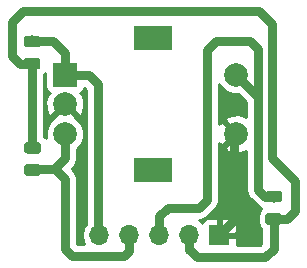
<source format=gbr>
G04 #@! TF.GenerationSoftware,KiCad,Pcbnew,(5.0.0-3-g5ebb6b6)*
G04 #@! TF.CreationDate,2019-05-02T12:54:23+02:00*
G04 #@! TF.ProjectId,Encoder assembly 2,456E636F64657220617373656D626C79,rev?*
G04 #@! TF.SameCoordinates,Original*
G04 #@! TF.FileFunction,Copper,L2,Bot,Signal*
G04 #@! TF.FilePolarity,Positive*
%FSLAX46Y46*%
G04 Gerber Fmt 4.6, Leading zero omitted, Abs format (unit mm)*
G04 Created by KiCad (PCBNEW (5.0.0-3-g5ebb6b6)) date Thursday, 02 May 2019 at 12:54:23*
%MOMM*%
%LPD*%
G01*
G04 APERTURE LIST*
G04 #@! TA.AperFunction,ComponentPad*
%ADD10R,1.700000X1.700000*%
G04 #@! TD*
G04 #@! TA.AperFunction,ComponentPad*
%ADD11O,1.700000X1.700000*%
G04 #@! TD*
G04 #@! TA.AperFunction,Conductor*
%ADD12C,0.100000*%
G04 #@! TD*
G04 #@! TA.AperFunction,SMDPad,CuDef*
%ADD13C,0.975000*%
G04 #@! TD*
G04 #@! TA.AperFunction,ComponentPad*
%ADD14C,2.000000*%
G04 #@! TD*
G04 #@! TA.AperFunction,ComponentPad*
%ADD15R,3.200000X2.000000*%
G04 #@! TD*
G04 #@! TA.AperFunction,ComponentPad*
%ADD16R,2.000000X2.000000*%
G04 #@! TD*
G04 #@! TA.AperFunction,Conductor*
%ADD17C,0.800000*%
G04 #@! TD*
G04 #@! TA.AperFunction,Conductor*
%ADD18C,0.250000*%
G04 #@! TD*
G04 #@! TA.AperFunction,Conductor*
%ADD19C,0.254000*%
G04 #@! TD*
G04 APERTURE END LIST*
D10*
G04 #@! TO.P,J1,1*
G04 #@! TO.N,GND*
X132360000Y-93700000D03*
D11*
G04 #@! TO.P,J1,2*
G04 #@! TO.N,+3V3*
X129820000Y-93700000D03*
G04 #@! TO.P,J1,3*
G04 #@! TO.N,Net-(J1-Pad3)*
X127280000Y-93700000D03*
G04 #@! TO.P,J1,4*
G04 #@! TO.N,Net-(J1-Pad4)*
X124740000Y-93700000D03*
G04 #@! TO.P,J1,5*
G04 #@! TO.N,Net-(J1-Pad5)*
X122200000Y-93700000D03*
G04 #@! TD*
D12*
G04 #@! TO.N,Net-(J1-Pad5)*
G04 #@! TO.C,R1*
G36*
X116980142Y-76826174D02*
X117003803Y-76829684D01*
X117027007Y-76835496D01*
X117049529Y-76843554D01*
X117071153Y-76853782D01*
X117091670Y-76866079D01*
X117110883Y-76880329D01*
X117128607Y-76896393D01*
X117144671Y-76914117D01*
X117158921Y-76933330D01*
X117171218Y-76953847D01*
X117181446Y-76975471D01*
X117189504Y-76997993D01*
X117195316Y-77021197D01*
X117198826Y-77044858D01*
X117200000Y-77068750D01*
X117200000Y-77556250D01*
X117198826Y-77580142D01*
X117195316Y-77603803D01*
X117189504Y-77627007D01*
X117181446Y-77649529D01*
X117171218Y-77671153D01*
X117158921Y-77691670D01*
X117144671Y-77710883D01*
X117128607Y-77728607D01*
X117110883Y-77744671D01*
X117091670Y-77758921D01*
X117071153Y-77771218D01*
X117049529Y-77781446D01*
X117027007Y-77789504D01*
X117003803Y-77795316D01*
X116980142Y-77798826D01*
X116956250Y-77800000D01*
X116043750Y-77800000D01*
X116019858Y-77798826D01*
X115996197Y-77795316D01*
X115972993Y-77789504D01*
X115950471Y-77781446D01*
X115928847Y-77771218D01*
X115908330Y-77758921D01*
X115889117Y-77744671D01*
X115871393Y-77728607D01*
X115855329Y-77710883D01*
X115841079Y-77691670D01*
X115828782Y-77671153D01*
X115818554Y-77649529D01*
X115810496Y-77627007D01*
X115804684Y-77603803D01*
X115801174Y-77580142D01*
X115800000Y-77556250D01*
X115800000Y-77068750D01*
X115801174Y-77044858D01*
X115804684Y-77021197D01*
X115810496Y-76997993D01*
X115818554Y-76975471D01*
X115828782Y-76953847D01*
X115841079Y-76933330D01*
X115855329Y-76914117D01*
X115871393Y-76896393D01*
X115889117Y-76880329D01*
X115908330Y-76866079D01*
X115928847Y-76853782D01*
X115950471Y-76843554D01*
X115972993Y-76835496D01*
X115996197Y-76829684D01*
X116019858Y-76826174D01*
X116043750Y-76825000D01*
X116956250Y-76825000D01*
X116980142Y-76826174D01*
X116980142Y-76826174D01*
G37*
D13*
G04 #@! TD*
G04 #@! TO.P,R1,1*
G04 #@! TO.N,Net-(J1-Pad5)*
X116500000Y-77312500D03*
D12*
G04 #@! TO.N,+3V3*
G04 #@! TO.C,R1*
G36*
X116980142Y-78701174D02*
X117003803Y-78704684D01*
X117027007Y-78710496D01*
X117049529Y-78718554D01*
X117071153Y-78728782D01*
X117091670Y-78741079D01*
X117110883Y-78755329D01*
X117128607Y-78771393D01*
X117144671Y-78789117D01*
X117158921Y-78808330D01*
X117171218Y-78828847D01*
X117181446Y-78850471D01*
X117189504Y-78872993D01*
X117195316Y-78896197D01*
X117198826Y-78919858D01*
X117200000Y-78943750D01*
X117200000Y-79431250D01*
X117198826Y-79455142D01*
X117195316Y-79478803D01*
X117189504Y-79502007D01*
X117181446Y-79524529D01*
X117171218Y-79546153D01*
X117158921Y-79566670D01*
X117144671Y-79585883D01*
X117128607Y-79603607D01*
X117110883Y-79619671D01*
X117091670Y-79633921D01*
X117071153Y-79646218D01*
X117049529Y-79656446D01*
X117027007Y-79664504D01*
X117003803Y-79670316D01*
X116980142Y-79673826D01*
X116956250Y-79675000D01*
X116043750Y-79675000D01*
X116019858Y-79673826D01*
X115996197Y-79670316D01*
X115972993Y-79664504D01*
X115950471Y-79656446D01*
X115928847Y-79646218D01*
X115908330Y-79633921D01*
X115889117Y-79619671D01*
X115871393Y-79603607D01*
X115855329Y-79585883D01*
X115841079Y-79566670D01*
X115828782Y-79546153D01*
X115818554Y-79524529D01*
X115810496Y-79502007D01*
X115804684Y-79478803D01*
X115801174Y-79455142D01*
X115800000Y-79431250D01*
X115800000Y-78943750D01*
X115801174Y-78919858D01*
X115804684Y-78896197D01*
X115810496Y-78872993D01*
X115818554Y-78850471D01*
X115828782Y-78828847D01*
X115841079Y-78808330D01*
X115855329Y-78789117D01*
X115871393Y-78771393D01*
X115889117Y-78755329D01*
X115908330Y-78741079D01*
X115928847Y-78728782D01*
X115950471Y-78718554D01*
X115972993Y-78710496D01*
X115996197Y-78704684D01*
X116019858Y-78701174D01*
X116043750Y-78700000D01*
X116956250Y-78700000D01*
X116980142Y-78701174D01*
X116980142Y-78701174D01*
G37*
D13*
G04 #@! TD*
G04 #@! TO.P,R1,2*
G04 #@! TO.N,+3V3*
X116500000Y-79187500D03*
D12*
G04 #@! TO.N,+3V3*
G04 #@! TO.C,R2*
G36*
X117030142Y-85826174D02*
X117053803Y-85829684D01*
X117077007Y-85835496D01*
X117099529Y-85843554D01*
X117121153Y-85853782D01*
X117141670Y-85866079D01*
X117160883Y-85880329D01*
X117178607Y-85896393D01*
X117194671Y-85914117D01*
X117208921Y-85933330D01*
X117221218Y-85953847D01*
X117231446Y-85975471D01*
X117239504Y-85997993D01*
X117245316Y-86021197D01*
X117248826Y-86044858D01*
X117250000Y-86068750D01*
X117250000Y-86556250D01*
X117248826Y-86580142D01*
X117245316Y-86603803D01*
X117239504Y-86627007D01*
X117231446Y-86649529D01*
X117221218Y-86671153D01*
X117208921Y-86691670D01*
X117194671Y-86710883D01*
X117178607Y-86728607D01*
X117160883Y-86744671D01*
X117141670Y-86758921D01*
X117121153Y-86771218D01*
X117099529Y-86781446D01*
X117077007Y-86789504D01*
X117053803Y-86795316D01*
X117030142Y-86798826D01*
X117006250Y-86800000D01*
X116093750Y-86800000D01*
X116069858Y-86798826D01*
X116046197Y-86795316D01*
X116022993Y-86789504D01*
X116000471Y-86781446D01*
X115978847Y-86771218D01*
X115958330Y-86758921D01*
X115939117Y-86744671D01*
X115921393Y-86728607D01*
X115905329Y-86710883D01*
X115891079Y-86691670D01*
X115878782Y-86671153D01*
X115868554Y-86649529D01*
X115860496Y-86627007D01*
X115854684Y-86603803D01*
X115851174Y-86580142D01*
X115850000Y-86556250D01*
X115850000Y-86068750D01*
X115851174Y-86044858D01*
X115854684Y-86021197D01*
X115860496Y-85997993D01*
X115868554Y-85975471D01*
X115878782Y-85953847D01*
X115891079Y-85933330D01*
X115905329Y-85914117D01*
X115921393Y-85896393D01*
X115939117Y-85880329D01*
X115958330Y-85866079D01*
X115978847Y-85853782D01*
X116000471Y-85843554D01*
X116022993Y-85835496D01*
X116046197Y-85829684D01*
X116069858Y-85826174D01*
X116093750Y-85825000D01*
X117006250Y-85825000D01*
X117030142Y-85826174D01*
X117030142Y-85826174D01*
G37*
D13*
G04 #@! TD*
G04 #@! TO.P,R2,2*
G04 #@! TO.N,+3V3*
X116550000Y-86312500D03*
D12*
G04 #@! TO.N,Net-(J1-Pad4)*
G04 #@! TO.C,R2*
G36*
X117030142Y-87701174D02*
X117053803Y-87704684D01*
X117077007Y-87710496D01*
X117099529Y-87718554D01*
X117121153Y-87728782D01*
X117141670Y-87741079D01*
X117160883Y-87755329D01*
X117178607Y-87771393D01*
X117194671Y-87789117D01*
X117208921Y-87808330D01*
X117221218Y-87828847D01*
X117231446Y-87850471D01*
X117239504Y-87872993D01*
X117245316Y-87896197D01*
X117248826Y-87919858D01*
X117250000Y-87943750D01*
X117250000Y-88431250D01*
X117248826Y-88455142D01*
X117245316Y-88478803D01*
X117239504Y-88502007D01*
X117231446Y-88524529D01*
X117221218Y-88546153D01*
X117208921Y-88566670D01*
X117194671Y-88585883D01*
X117178607Y-88603607D01*
X117160883Y-88619671D01*
X117141670Y-88633921D01*
X117121153Y-88646218D01*
X117099529Y-88656446D01*
X117077007Y-88664504D01*
X117053803Y-88670316D01*
X117030142Y-88673826D01*
X117006250Y-88675000D01*
X116093750Y-88675000D01*
X116069858Y-88673826D01*
X116046197Y-88670316D01*
X116022993Y-88664504D01*
X116000471Y-88656446D01*
X115978847Y-88646218D01*
X115958330Y-88633921D01*
X115939117Y-88619671D01*
X115921393Y-88603607D01*
X115905329Y-88585883D01*
X115891079Y-88566670D01*
X115878782Y-88546153D01*
X115868554Y-88524529D01*
X115860496Y-88502007D01*
X115854684Y-88478803D01*
X115851174Y-88455142D01*
X115850000Y-88431250D01*
X115850000Y-87943750D01*
X115851174Y-87919858D01*
X115854684Y-87896197D01*
X115860496Y-87872993D01*
X115868554Y-87850471D01*
X115878782Y-87828847D01*
X115891079Y-87808330D01*
X115905329Y-87789117D01*
X115921393Y-87771393D01*
X115939117Y-87755329D01*
X115958330Y-87741079D01*
X115978847Y-87728782D01*
X116000471Y-87718554D01*
X116022993Y-87710496D01*
X116046197Y-87704684D01*
X116069858Y-87701174D01*
X116093750Y-87700000D01*
X117006250Y-87700000D01*
X117030142Y-87701174D01*
X117030142Y-87701174D01*
G37*
D13*
G04 #@! TD*
G04 #@! TO.P,R2,1*
G04 #@! TO.N,Net-(J1-Pad4)*
X116550000Y-88187500D03*
D14*
G04 #@! TO.P,SW1,S1*
G04 #@! TO.N,GND*
X133775001Y-85125001D03*
G04 #@! TO.P,SW1,S2*
G04 #@! TO.N,Net-(J1-Pad3)*
X133775001Y-80125001D03*
D15*
G04 #@! TO.P,SW1,MP*
G04 #@! TO.N,N/C*
X126775001Y-88225001D03*
X126775001Y-77025001D03*
D14*
G04 #@! TO.P,SW1,B*
G04 #@! TO.N,Net-(J1-Pad4)*
X119275001Y-85125001D03*
G04 #@! TO.P,SW1,C*
G04 #@! TO.N,GND*
X119275001Y-82625001D03*
D16*
G04 #@! TO.P,SW1,A*
G04 #@! TO.N,Net-(J1-Pad5)*
X119275001Y-80125001D03*
G04 #@! TD*
D12*
G04 #@! TO.N,Net-(J1-Pad3)*
G04 #@! TO.C,R3*
G36*
X137430142Y-89963674D02*
X137453803Y-89967184D01*
X137477007Y-89972996D01*
X137499529Y-89981054D01*
X137521153Y-89991282D01*
X137541670Y-90003579D01*
X137560883Y-90017829D01*
X137578607Y-90033893D01*
X137594671Y-90051617D01*
X137608921Y-90070830D01*
X137621218Y-90091347D01*
X137631446Y-90112971D01*
X137639504Y-90135493D01*
X137645316Y-90158697D01*
X137648826Y-90182358D01*
X137650000Y-90206250D01*
X137650000Y-90693750D01*
X137648826Y-90717642D01*
X137645316Y-90741303D01*
X137639504Y-90764507D01*
X137631446Y-90787029D01*
X137621218Y-90808653D01*
X137608921Y-90829170D01*
X137594671Y-90848383D01*
X137578607Y-90866107D01*
X137560883Y-90882171D01*
X137541670Y-90896421D01*
X137521153Y-90908718D01*
X137499529Y-90918946D01*
X137477007Y-90927004D01*
X137453803Y-90932816D01*
X137430142Y-90936326D01*
X137406250Y-90937500D01*
X136493750Y-90937500D01*
X136469858Y-90936326D01*
X136446197Y-90932816D01*
X136422993Y-90927004D01*
X136400471Y-90918946D01*
X136378847Y-90908718D01*
X136358330Y-90896421D01*
X136339117Y-90882171D01*
X136321393Y-90866107D01*
X136305329Y-90848383D01*
X136291079Y-90829170D01*
X136278782Y-90808653D01*
X136268554Y-90787029D01*
X136260496Y-90764507D01*
X136254684Y-90741303D01*
X136251174Y-90717642D01*
X136250000Y-90693750D01*
X136250000Y-90206250D01*
X136251174Y-90182358D01*
X136254684Y-90158697D01*
X136260496Y-90135493D01*
X136268554Y-90112971D01*
X136278782Y-90091347D01*
X136291079Y-90070830D01*
X136305329Y-90051617D01*
X136321393Y-90033893D01*
X136339117Y-90017829D01*
X136358330Y-90003579D01*
X136378847Y-89991282D01*
X136400471Y-89981054D01*
X136422993Y-89972996D01*
X136446197Y-89967184D01*
X136469858Y-89963674D01*
X136493750Y-89962500D01*
X137406250Y-89962500D01*
X137430142Y-89963674D01*
X137430142Y-89963674D01*
G37*
D13*
G04 #@! TD*
G04 #@! TO.P,R3,1*
G04 #@! TO.N,Net-(J1-Pad3)*
X136950000Y-90450000D03*
D12*
G04 #@! TO.N,+3V3*
G04 #@! TO.C,R3*
G36*
X137430142Y-91838674D02*
X137453803Y-91842184D01*
X137477007Y-91847996D01*
X137499529Y-91856054D01*
X137521153Y-91866282D01*
X137541670Y-91878579D01*
X137560883Y-91892829D01*
X137578607Y-91908893D01*
X137594671Y-91926617D01*
X137608921Y-91945830D01*
X137621218Y-91966347D01*
X137631446Y-91987971D01*
X137639504Y-92010493D01*
X137645316Y-92033697D01*
X137648826Y-92057358D01*
X137650000Y-92081250D01*
X137650000Y-92568750D01*
X137648826Y-92592642D01*
X137645316Y-92616303D01*
X137639504Y-92639507D01*
X137631446Y-92662029D01*
X137621218Y-92683653D01*
X137608921Y-92704170D01*
X137594671Y-92723383D01*
X137578607Y-92741107D01*
X137560883Y-92757171D01*
X137541670Y-92771421D01*
X137521153Y-92783718D01*
X137499529Y-92793946D01*
X137477007Y-92802004D01*
X137453803Y-92807816D01*
X137430142Y-92811326D01*
X137406250Y-92812500D01*
X136493750Y-92812500D01*
X136469858Y-92811326D01*
X136446197Y-92807816D01*
X136422993Y-92802004D01*
X136400471Y-92793946D01*
X136378847Y-92783718D01*
X136358330Y-92771421D01*
X136339117Y-92757171D01*
X136321393Y-92741107D01*
X136305329Y-92723383D01*
X136291079Y-92704170D01*
X136278782Y-92683653D01*
X136268554Y-92662029D01*
X136260496Y-92639507D01*
X136254684Y-92616303D01*
X136251174Y-92592642D01*
X136250000Y-92568750D01*
X136250000Y-92081250D01*
X136251174Y-92057358D01*
X136254684Y-92033697D01*
X136260496Y-92010493D01*
X136268554Y-91987971D01*
X136278782Y-91966347D01*
X136291079Y-91945830D01*
X136305329Y-91926617D01*
X136321393Y-91908893D01*
X136339117Y-91892829D01*
X136358330Y-91878579D01*
X136378847Y-91866282D01*
X136400471Y-91856054D01*
X136422993Y-91847996D01*
X136446197Y-91842184D01*
X136469858Y-91838674D01*
X136493750Y-91837500D01*
X137406250Y-91837500D01*
X137430142Y-91838674D01*
X137430142Y-91838674D01*
G37*
D13*
G04 #@! TD*
G04 #@! TO.P,R3,2*
G04 #@! TO.N,+3V3*
X136950000Y-92325000D03*
D17*
G04 #@! TO.N,GND*
X133600000Y-92460000D02*
X133600000Y-85300002D01*
X133600000Y-85300002D02*
X133775001Y-85125001D01*
X132360000Y-93700000D02*
X133600000Y-92460000D01*
G04 #@! TO.N,Net-(J1-Pad3)*
X133775001Y-80125001D02*
X135650000Y-82000000D01*
X128000000Y-91400000D02*
X127280000Y-92120000D01*
X130600000Y-91400000D02*
X128000000Y-91400000D01*
X131300000Y-90700000D02*
X130600000Y-91400000D01*
X131300000Y-78000000D02*
X131300000Y-90700000D01*
X134950000Y-77250000D02*
X132050000Y-77250000D01*
X135650000Y-77950000D02*
X134950000Y-77250000D01*
X132050000Y-77250000D02*
X131300000Y-78000000D01*
X127280000Y-92120000D02*
X127280000Y-93700000D01*
X135650000Y-82250000D02*
X135650000Y-77950000D01*
D18*
X136250000Y-90450000D02*
X136950000Y-90450000D01*
D17*
X135650000Y-89850000D02*
X136250000Y-90450000D01*
X135650000Y-82250000D02*
X135650000Y-89850000D01*
G04 #@! TO.N,Net-(J1-Pad4)*
X116637500Y-88100000D02*
X116550000Y-88187500D01*
X118350000Y-88100000D02*
X116637500Y-88100000D01*
X119275001Y-87174999D02*
X118350000Y-88100000D01*
X119275001Y-85125001D02*
X119275001Y-87174999D01*
X124740000Y-95010000D02*
X124740000Y-93700000D01*
X124250000Y-95500000D02*
X124740000Y-95010000D01*
X119250000Y-94850000D02*
X119900000Y-95500000D01*
X119250000Y-88950000D02*
X119250000Y-94850000D01*
X119900000Y-95500000D02*
X124250000Y-95500000D01*
X118400000Y-88100000D02*
X119250000Y-88950000D01*
X118350000Y-88100000D02*
X118400000Y-88100000D01*
G04 #@! TO.N,Net-(J1-Pad5)*
X118262500Y-77312500D02*
X116500000Y-77312500D01*
X119275001Y-78325001D02*
X118262500Y-77312500D01*
X119275001Y-80125001D02*
X119275001Y-78325001D01*
X122100000Y-80950000D02*
X122100000Y-93600000D01*
X121275001Y-80125001D02*
X122100000Y-80950000D01*
X122100000Y-93600000D02*
X122200000Y-93700000D01*
X119275001Y-80125001D02*
X121275001Y-80125001D01*
G04 #@! TO.N,+3V3*
X116500000Y-86262500D02*
X116550000Y-86312500D01*
X116500000Y-79187500D02*
X116500000Y-86262500D01*
X129820000Y-93700000D02*
X129820000Y-94902081D01*
X129820000Y-94902081D02*
X129820000Y-94930000D01*
X115487500Y-79187500D02*
X116500000Y-79187500D01*
X136800000Y-75800000D02*
X135750000Y-74750000D01*
X114800000Y-78500000D02*
X115487500Y-79187500D01*
X114800000Y-75700000D02*
X114800000Y-78500000D01*
X115750000Y-74750000D02*
X114800000Y-75700000D01*
X135750000Y-74750000D02*
X115750000Y-74750000D01*
X136250000Y-95550000D02*
X136950000Y-94850000D01*
X130467919Y-95550000D02*
X136250000Y-95550000D01*
X129820000Y-94902081D02*
X130467919Y-95550000D01*
X136950000Y-92912500D02*
X136950000Y-94850000D01*
D18*
X136950000Y-92325000D02*
X136950000Y-92912500D01*
D17*
X138075000Y-92325000D02*
X136950000Y-92325000D01*
X138750000Y-91650000D02*
X138075000Y-92325000D01*
X138750000Y-89100000D02*
X138750000Y-91650000D01*
X136800000Y-87150000D02*
X138750000Y-89100000D01*
X136800000Y-75800000D02*
X136800000Y-87150000D01*
G04 #@! TD*
D19*
G04 #@! TO.N,GND*
G36*
X132388915Y-81051154D02*
X132848848Y-81511087D01*
X133449779Y-81760001D01*
X133946291Y-81760001D01*
X134615000Y-82428711D01*
X134615000Y-83692884D01*
X134039540Y-83479093D01*
X133389541Y-83503145D01*
X132900737Y-83705614D01*
X132802074Y-83972469D01*
X133775001Y-84945396D01*
X133789144Y-84931254D01*
X133968749Y-85110859D01*
X133954606Y-85125001D01*
X133968749Y-85139144D01*
X133789144Y-85318749D01*
X133775001Y-85304606D01*
X132802074Y-86277533D01*
X132900737Y-86544388D01*
X133510462Y-86770909D01*
X134160461Y-86746857D01*
X134615001Y-86558581D01*
X134615001Y-89748061D01*
X134594724Y-89850000D01*
X134675052Y-90253836D01*
X134675053Y-90253837D01*
X134903808Y-90596193D01*
X134990225Y-90653935D01*
X135590224Y-91253934D01*
X135846163Y-91424948D01*
X135889730Y-91433614D01*
X135863584Y-91451084D01*
X135670398Y-91740206D01*
X135602560Y-92081250D01*
X135602560Y-92568750D01*
X135670398Y-92909794D01*
X135863584Y-93198916D01*
X135915000Y-93233271D01*
X135915001Y-94421289D01*
X135821290Y-94515000D01*
X133845000Y-94515000D01*
X133845000Y-93985750D01*
X133686250Y-93827000D01*
X132487000Y-93827000D01*
X132487000Y-93847000D01*
X132233000Y-93847000D01*
X132233000Y-93827000D01*
X132213000Y-93827000D01*
X132213000Y-93573000D01*
X132233000Y-93573000D01*
X132233000Y-92373750D01*
X132487000Y-92373750D01*
X132487000Y-93573000D01*
X133686250Y-93573000D01*
X133845000Y-93414250D01*
X133845000Y-92723691D01*
X133748327Y-92490302D01*
X133569699Y-92311673D01*
X133336310Y-92215000D01*
X132645750Y-92215000D01*
X132487000Y-92373750D01*
X132233000Y-92373750D01*
X132074250Y-92215000D01*
X131383690Y-92215000D01*
X131150301Y-92311673D01*
X130971673Y-92490302D01*
X130905096Y-92651033D01*
X130890625Y-92629375D01*
X130623170Y-92450667D01*
X130701934Y-92435000D01*
X130701935Y-92435000D01*
X131003837Y-92374948D01*
X131346193Y-92146193D01*
X131403937Y-92059773D01*
X131959775Y-91503935D01*
X132046193Y-91446193D01*
X132274948Y-91103837D01*
X132335000Y-90801935D01*
X132335000Y-90801930D01*
X132355275Y-90700001D01*
X132335000Y-90598071D01*
X132335000Y-85949498D01*
X132355614Y-85999265D01*
X132622469Y-86097928D01*
X133595396Y-85125001D01*
X132622469Y-84152074D01*
X132355614Y-84250737D01*
X132335000Y-84306224D01*
X132335000Y-80920992D01*
X132388915Y-81051154D01*
X132388915Y-81051154D01*
G37*
X132388915Y-81051154D02*
X132848848Y-81511087D01*
X133449779Y-81760001D01*
X133946291Y-81760001D01*
X134615000Y-82428711D01*
X134615000Y-83692884D01*
X134039540Y-83479093D01*
X133389541Y-83503145D01*
X132900737Y-83705614D01*
X132802074Y-83972469D01*
X133775001Y-84945396D01*
X133789144Y-84931254D01*
X133968749Y-85110859D01*
X133954606Y-85125001D01*
X133968749Y-85139144D01*
X133789144Y-85318749D01*
X133775001Y-85304606D01*
X132802074Y-86277533D01*
X132900737Y-86544388D01*
X133510462Y-86770909D01*
X134160461Y-86746857D01*
X134615001Y-86558581D01*
X134615001Y-89748061D01*
X134594724Y-89850000D01*
X134675052Y-90253836D01*
X134675053Y-90253837D01*
X134903808Y-90596193D01*
X134990225Y-90653935D01*
X135590224Y-91253934D01*
X135846163Y-91424948D01*
X135889730Y-91433614D01*
X135863584Y-91451084D01*
X135670398Y-91740206D01*
X135602560Y-92081250D01*
X135602560Y-92568750D01*
X135670398Y-92909794D01*
X135863584Y-93198916D01*
X135915000Y-93233271D01*
X135915001Y-94421289D01*
X135821290Y-94515000D01*
X133845000Y-94515000D01*
X133845000Y-93985750D01*
X133686250Y-93827000D01*
X132487000Y-93827000D01*
X132487000Y-93847000D01*
X132233000Y-93847000D01*
X132233000Y-93827000D01*
X132213000Y-93827000D01*
X132213000Y-93573000D01*
X132233000Y-93573000D01*
X132233000Y-92373750D01*
X132487000Y-92373750D01*
X132487000Y-93573000D01*
X133686250Y-93573000D01*
X133845000Y-93414250D01*
X133845000Y-92723691D01*
X133748327Y-92490302D01*
X133569699Y-92311673D01*
X133336310Y-92215000D01*
X132645750Y-92215000D01*
X132487000Y-92373750D01*
X132233000Y-92373750D01*
X132074250Y-92215000D01*
X131383690Y-92215000D01*
X131150301Y-92311673D01*
X130971673Y-92490302D01*
X130905096Y-92651033D01*
X130890625Y-92629375D01*
X130623170Y-92450667D01*
X130701934Y-92435000D01*
X130701935Y-92435000D01*
X131003837Y-92374948D01*
X131346193Y-92146193D01*
X131403937Y-92059773D01*
X131959775Y-91503935D01*
X132046193Y-91446193D01*
X132274948Y-91103837D01*
X132335000Y-90801935D01*
X132335000Y-90801930D01*
X132355275Y-90700001D01*
X132335000Y-90598071D01*
X132335000Y-85949498D01*
X132355614Y-85999265D01*
X132622469Y-86097928D01*
X133595396Y-85125001D01*
X132622469Y-84152074D01*
X132355614Y-84250737D01*
X132335000Y-84306224D01*
X132335000Y-80920992D01*
X132388915Y-81051154D01*
G36*
X117627561Y-81125001D02*
X117676844Y-81372766D01*
X117817192Y-81582810D01*
X117992672Y-81700063D01*
X117855614Y-81750737D01*
X117629093Y-82360462D01*
X117653145Y-83010461D01*
X117855614Y-83499265D01*
X118122469Y-83597928D01*
X119095396Y-82625001D01*
X119081254Y-82610859D01*
X119260859Y-82431254D01*
X119275001Y-82445396D01*
X119289144Y-82431254D01*
X119468749Y-82610859D01*
X119454606Y-82625001D01*
X120427533Y-83597928D01*
X120694388Y-83499265D01*
X120920909Y-82889540D01*
X120896857Y-82239541D01*
X120694388Y-81750737D01*
X120557330Y-81700063D01*
X120732810Y-81582810D01*
X120873158Y-81372766D01*
X120904000Y-81217711D01*
X121065000Y-81378711D01*
X121065001Y-92725718D01*
X120801161Y-93120582D01*
X120685908Y-93700000D01*
X120801161Y-94279418D01*
X120925163Y-94465000D01*
X120328710Y-94465000D01*
X120285000Y-94421290D01*
X120285000Y-89051934D01*
X120305276Y-88950000D01*
X120224948Y-88546163D01*
X120154161Y-88440223D01*
X119996193Y-88203807D01*
X119909776Y-88146065D01*
X119838711Y-88075000D01*
X119934777Y-87978934D01*
X120021194Y-87921192D01*
X120249949Y-87578836D01*
X120310001Y-87276934D01*
X120330277Y-87174999D01*
X120310001Y-87073065D01*
X120310001Y-86402240D01*
X120661087Y-86051154D01*
X120910001Y-85450223D01*
X120910001Y-84799779D01*
X120661087Y-84198848D01*
X120245726Y-83783487D01*
X120247928Y-83777533D01*
X119275001Y-82804606D01*
X118302074Y-83777533D01*
X118304276Y-83783487D01*
X117888915Y-84198848D01*
X117640001Y-84799779D01*
X117640001Y-85443949D01*
X117636416Y-85438584D01*
X117535000Y-85370820D01*
X117535000Y-80095771D01*
X117586416Y-80061416D01*
X117627561Y-79999838D01*
X117627561Y-81125001D01*
X117627561Y-81125001D01*
G37*
X117627561Y-81125001D02*
X117676844Y-81372766D01*
X117817192Y-81582810D01*
X117992672Y-81700063D01*
X117855614Y-81750737D01*
X117629093Y-82360462D01*
X117653145Y-83010461D01*
X117855614Y-83499265D01*
X118122469Y-83597928D01*
X119095396Y-82625001D01*
X119081254Y-82610859D01*
X119260859Y-82431254D01*
X119275001Y-82445396D01*
X119289144Y-82431254D01*
X119468749Y-82610859D01*
X119454606Y-82625001D01*
X120427533Y-83597928D01*
X120694388Y-83499265D01*
X120920909Y-82889540D01*
X120896857Y-82239541D01*
X120694388Y-81750737D01*
X120557330Y-81700063D01*
X120732810Y-81582810D01*
X120873158Y-81372766D01*
X120904000Y-81217711D01*
X121065000Y-81378711D01*
X121065001Y-92725718D01*
X120801161Y-93120582D01*
X120685908Y-93700000D01*
X120801161Y-94279418D01*
X120925163Y-94465000D01*
X120328710Y-94465000D01*
X120285000Y-94421290D01*
X120285000Y-89051934D01*
X120305276Y-88950000D01*
X120224948Y-88546163D01*
X120154161Y-88440223D01*
X119996193Y-88203807D01*
X119909776Y-88146065D01*
X119838711Y-88075000D01*
X119934777Y-87978934D01*
X120021194Y-87921192D01*
X120249949Y-87578836D01*
X120310001Y-87276934D01*
X120330277Y-87174999D01*
X120310001Y-87073065D01*
X120310001Y-86402240D01*
X120661087Y-86051154D01*
X120910001Y-85450223D01*
X120910001Y-84799779D01*
X120661087Y-84198848D01*
X120245726Y-83783487D01*
X120247928Y-83777533D01*
X119275001Y-82804606D01*
X118302074Y-83777533D01*
X118304276Y-83783487D01*
X117888915Y-84198848D01*
X117640001Y-84799779D01*
X117640001Y-85443949D01*
X117636416Y-85438584D01*
X117535000Y-85370820D01*
X117535000Y-80095771D01*
X117586416Y-80061416D01*
X117627561Y-79999838D01*
X117627561Y-81125001D01*
G04 #@! TD*
M02*

</source>
